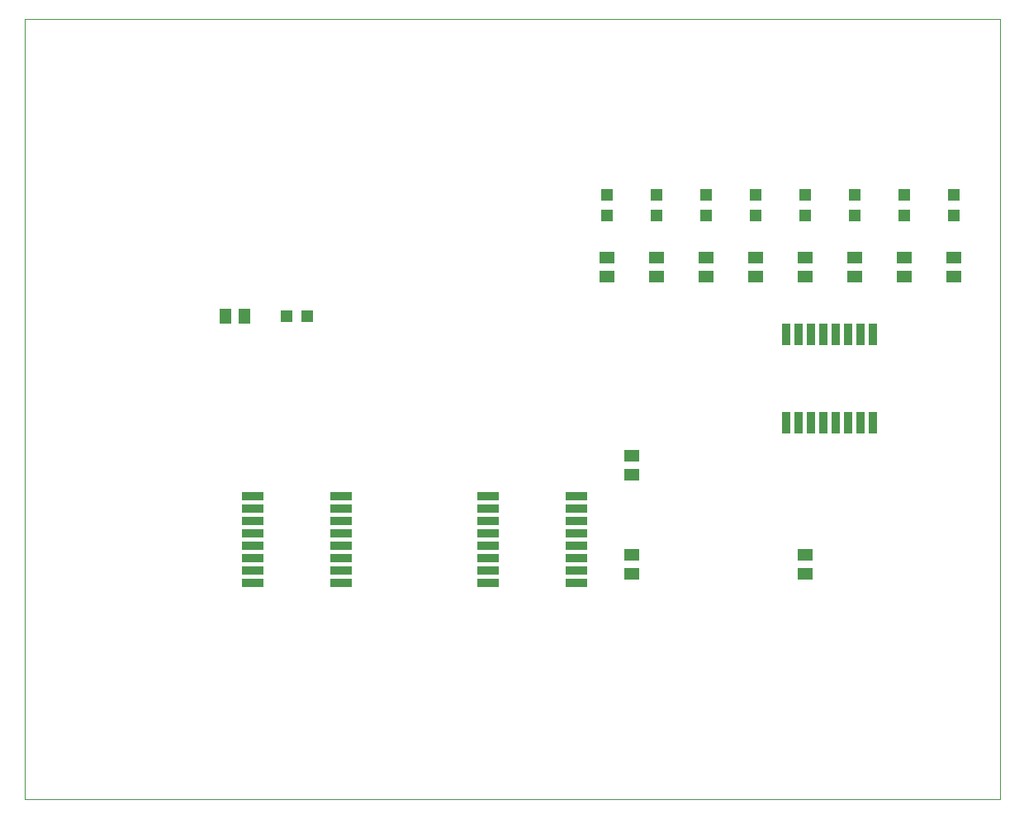
<source format=gtp>
G75*
%MOIN*%
%OFA0B0*%
%FSLAX25Y25*%
%IPPOS*%
%LPD*%
%AMOC8*
5,1,8,0,0,1.08239X$1,22.5*
%
%ADD10C,0.00000*%
%ADD11R,0.04724X0.04724*%
%ADD12R,0.05906X0.05118*%
%ADD13R,0.05118X0.05906*%
%ADD14R,0.09000X0.03300*%
%ADD15R,0.03300X0.09000*%
D10*
X0001800Y0001800D02*
X0001800Y0316761D01*
X0395501Y0316761D01*
X0395501Y0001800D01*
X0001800Y0001800D01*
D11*
X0107666Y0196800D03*
X0115934Y0196800D03*
X0236800Y0237666D03*
X0236800Y0245934D03*
X0256800Y0245934D03*
X0256800Y0237666D03*
X0276800Y0237666D03*
X0276800Y0245934D03*
X0296800Y0245934D03*
X0296800Y0237666D03*
X0316800Y0237666D03*
X0316800Y0245934D03*
X0336800Y0245934D03*
X0336800Y0237666D03*
X0356800Y0237666D03*
X0356800Y0245934D03*
X0376800Y0245934D03*
X0376800Y0237666D03*
D12*
X0376800Y0220540D03*
X0376800Y0213060D03*
X0356800Y0213060D03*
X0356800Y0220540D03*
X0336800Y0220540D03*
X0336800Y0213060D03*
X0316800Y0213060D03*
X0316800Y0220540D03*
X0296800Y0220540D03*
X0296800Y0213060D03*
X0276800Y0213060D03*
X0276800Y0220540D03*
X0256800Y0220540D03*
X0256800Y0213060D03*
X0236800Y0213060D03*
X0236800Y0220540D03*
X0246800Y0140540D03*
X0246800Y0133060D03*
X0246800Y0100540D03*
X0246800Y0093060D03*
X0316800Y0093060D03*
X0316800Y0100540D03*
D13*
X0090540Y0196800D03*
X0083060Y0196800D03*
D14*
X0094000Y0124300D03*
X0094000Y0119300D03*
X0094000Y0114300D03*
X0094000Y0109300D03*
X0094000Y0104300D03*
X0094000Y0099300D03*
X0094000Y0094300D03*
X0094000Y0089300D03*
X0129600Y0089300D03*
X0129600Y0094300D03*
X0129600Y0099300D03*
X0129600Y0104300D03*
X0129600Y0109300D03*
X0129600Y0114300D03*
X0129600Y0119300D03*
X0129600Y0124300D03*
X0189000Y0124300D03*
X0189000Y0119300D03*
X0189000Y0114300D03*
X0189000Y0109300D03*
X0189000Y0104300D03*
X0189000Y0099300D03*
X0189000Y0094300D03*
X0189000Y0089300D03*
X0224600Y0089300D03*
X0224600Y0094300D03*
X0224600Y0099300D03*
X0224600Y0104300D03*
X0224600Y0109300D03*
X0224600Y0114300D03*
X0224600Y0119300D03*
X0224600Y0124300D03*
D15*
X0309300Y0154000D03*
X0314300Y0154000D03*
X0319300Y0154000D03*
X0324300Y0154000D03*
X0329300Y0154000D03*
X0334300Y0154000D03*
X0339300Y0154000D03*
X0344300Y0154000D03*
X0344300Y0189600D03*
X0339300Y0189600D03*
X0334300Y0189600D03*
X0329300Y0189600D03*
X0324300Y0189600D03*
X0319300Y0189600D03*
X0314300Y0189600D03*
X0309300Y0189600D03*
M02*

</source>
